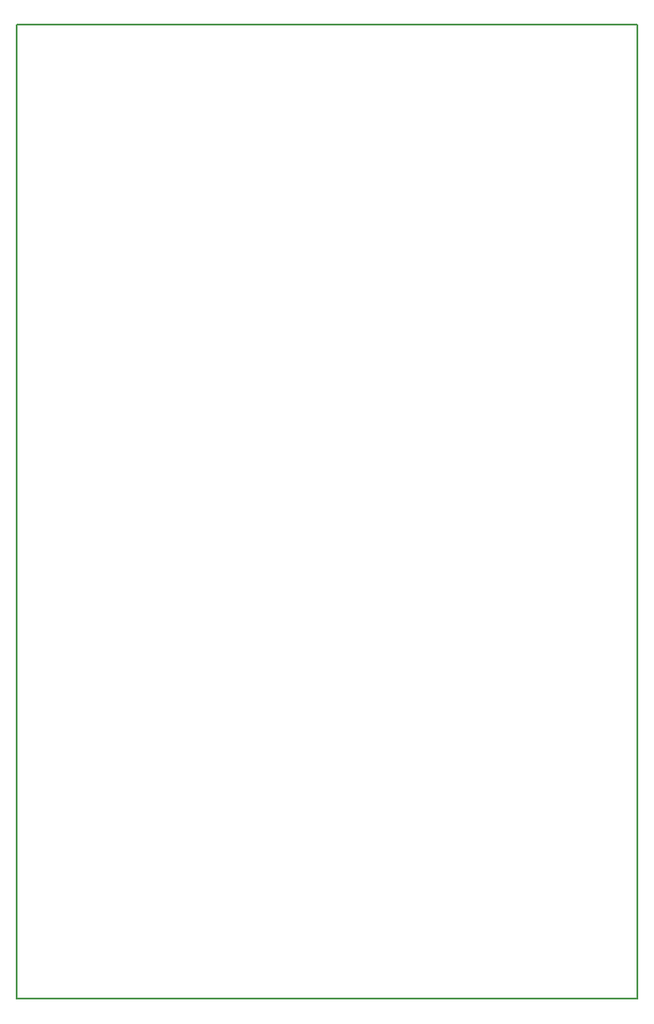
<source format=gbr>
%TF.GenerationSoftware,KiCad,Pcbnew,6.0.11+dfsg-1~bpo11+1*%
%TF.CreationDate,2023-08-01T15:36:19-03:00*%
%TF.ProjectId,simo_shield_1,73696d6f-5f73-4686-9965-6c645f312e6b,0003*%
%TF.SameCoordinates,PX69db9c0PY791ddc0*%
%TF.FileFunction,Other,User*%
%FSLAX46Y46*%
G04 Gerber Fmt 4.6, Leading zero omitted, Abs format (unit mm)*
G04 Created by KiCad (PCBNEW 6.0.11+dfsg-1~bpo11+1) date 2023-08-01 15:36:19*
%MOMM*%
%LPD*%
G01*
G04 APERTURE LIST*
%ADD10C,0.150000*%
G04 APERTURE END LIST*
D10*
X61000000Y94000000D02*
X61000000Y95000000D01*
X1000000Y94000000D02*
X1000000Y95000000D01*
X61000000Y94000000D02*
X61000000Y1000000D01*
X1000000Y95000000D02*
X61000000Y95000000D01*
X1000000Y1000000D02*
X1000000Y94000000D01*
X61000000Y1000000D02*
X1000000Y1000000D01*
M02*

</source>
